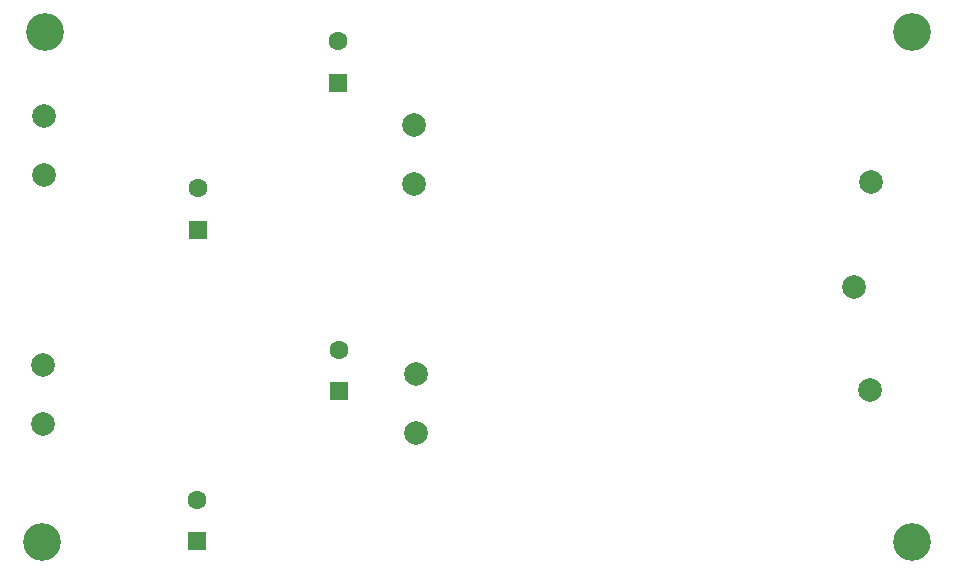
<source format=gbr>
G04 #@! TF.GenerationSoftware,KiCad,Pcbnew,(5.1.10-1-10_14)*
G04 #@! TF.CreationDate,2021-11-03T15:55:19+01:00*
G04 #@! TF.ProjectId,pre-amp-opa1611,7072652d-616d-4702-9d6f-706131363131,rev?*
G04 #@! TF.SameCoordinates,Original*
G04 #@! TF.FileFunction,Soldermask,Bot*
G04 #@! TF.FilePolarity,Negative*
%FSLAX46Y46*%
G04 Gerber Fmt 4.6, Leading zero omitted, Abs format (unit mm)*
G04 Created by KiCad (PCBNEW (5.1.10-1-10_14)) date 2021-11-03 15:55:19*
%MOMM*%
%LPD*%
G01*
G04 APERTURE LIST*
%ADD10C,2.000000*%
%ADD11C,1.600000*%
%ADD12R,1.600000X1.600000*%
%ADD13C,3.200000*%
G04 APERTURE END LIST*
D10*
X157670500Y-129222500D03*
X157670500Y-134239000D03*
X126111000Y-128460500D03*
X126111000Y-133477000D03*
D11*
X139128500Y-139890500D03*
D12*
X139128500Y-143390500D03*
D11*
X151130000Y-127183000D03*
D12*
X151130000Y-130683000D03*
D11*
X139192000Y-113538000D03*
D12*
X139192000Y-117038000D03*
D11*
X151066500Y-101084500D03*
D12*
X151066500Y-104584500D03*
D10*
X194754500Y-121920000D03*
X196215000Y-113030000D03*
X196088000Y-130619500D03*
X157543500Y-113157000D03*
X157543500Y-108140500D03*
X126174500Y-112395000D03*
X126174500Y-107378500D03*
D13*
X126238000Y-100330000D03*
X125984000Y-143510000D03*
X199644000Y-143510000D03*
X199644000Y-100330000D03*
M02*

</source>
